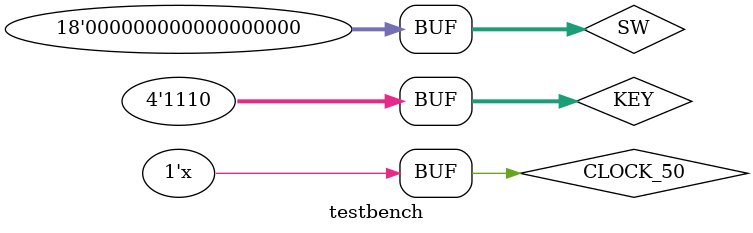
<source format=v>
module testbench ();
	// reg signals to provide inputs to the DUT
	reg [3:0] KEY;
	reg CLOCK_50;
	reg [17:0] SW;
	// wire signals to connect to outputs from the DUT
	wire [5:0] LEDG;
	wire [15:0] LEDR;
	wire [1:0] LEDR16_17;
	wire LEDG7;
	wire [6:0] HEX0;
	wire [6:0] HEX1;
	wire [6:0] HEX2;
	wire [6:0] HEX3;

	// instantiate the design under test
	xm23_cpu CPU(SW, HEX0, HEX1, HEX2, HEX3, LEDG, LEDG7, LEDR, LEDR16_17, KEY, CLOCK_50);

	// generate a 50 MHz periodic clock waveform
	always
		#10 CLOCK_50 <= ~CLOCK_50;

	initial
	begin
		CLOCK_50 <= 0;
		KEY[0] <= 0;
		KEY[3:1] <= 3'b111;
		SW <= 0;
		#10 KEY[0] <= 1;
		#10 KEY[0] <= 0;
		#10 KEY[0] <= 1;
		#10 KEY[0] <= 0;
		#10 KEY[0] <= 1;
		#10 KEY[0] <= 0;
		#10 KEY[0] <= 1;
		#10 KEY[0] <= 0;
		#10 KEY[0] <= 1;
		#10 KEY[0] <= 0;
		#10 KEY[0] <= 1;
		#10 KEY[0] <= 0;
		#10 KEY[0] <= 1;
		#10 KEY[0] <= 0;
		#10 KEY[0] <= 1;
		#10 KEY[0] <= 0;
		#10 KEY[0] <= 1;
		#10 KEY[0] <= 0;
		#10 KEY[0] <= 1;
		#10 KEY[0] <= 0;
		#10 KEY[0] <= 1;
		#10 KEY[0] <= 0;
		#10 KEY[0] <= 1;
		#10 KEY[0] <= 0;
		#10 KEY[0] <= 1;
		#10 KEY[0] <= 0;
		
	end // initial
endmodule
</source>
